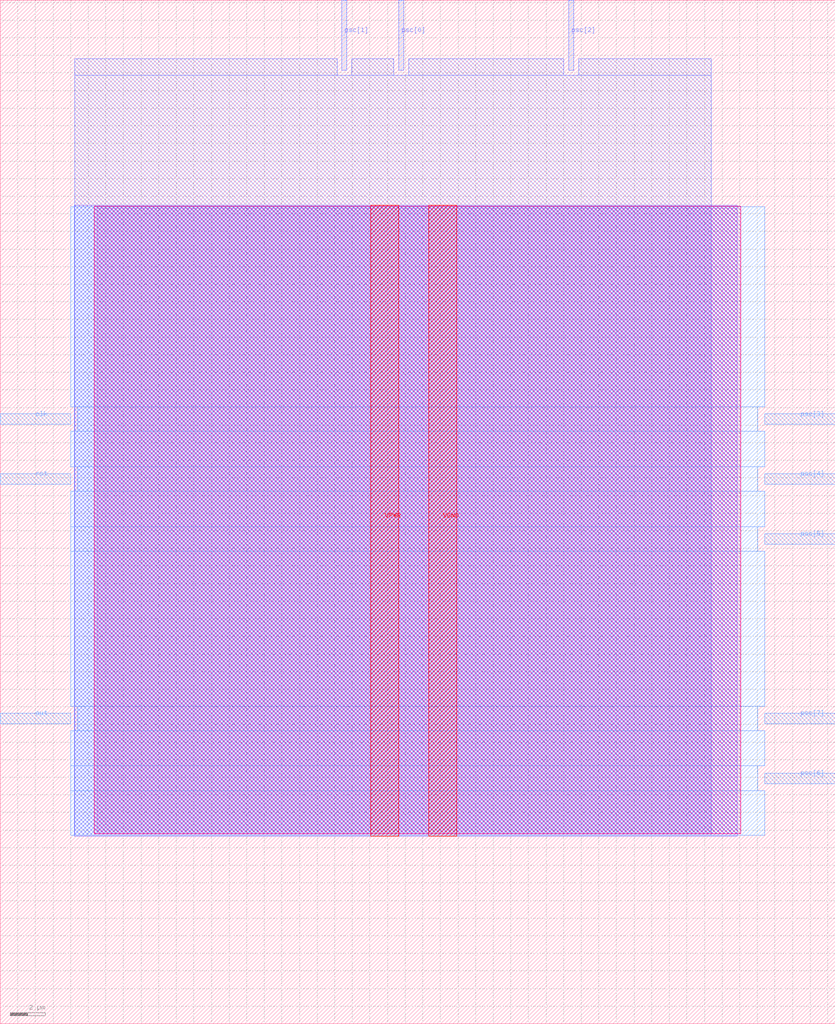
<source format=lef>
VERSION 5.7 ;
  NOWIREEXTENSIONATPIN ON ;
  DIVIDERCHAR "/" ;
  BUSBITCHARS "[]" ;
MACRO freq_psc
  CLASS BLOCK ;
  FOREIGN freq_psc ;
  ORIGIN 0.000 0.000 ;
  SIZE 47.425 BY 58.145 ;
  PIN VGND
    DIRECTION INOUT ;
    USE GROUND ;
    PORT
      LAYER met4 ;
        RECT 24.340 10.640 25.940 46.480 ;
    END
  END VGND
  PIN VPWR
    DIRECTION INOUT ;
    USE POWER ;
    PORT
      LAYER met4 ;
        RECT 21.040 10.640 22.640 46.480 ;
    END
  END VPWR
  PIN clk
    DIRECTION INPUT ;
    USE SIGNAL ;
    ANTENNAGATEAREA 0.852000 ;
    PORT
      LAYER met3 ;
        RECT 0.000 34.040 4.000 34.640 ;
    END
  END clk
  PIN out
    DIRECTION OUTPUT ;
    USE SIGNAL ;
    ANTENNADIFFAREA 0.445500 ;
    PORT
      LAYER met3 ;
        RECT 0.000 17.040 4.000 17.640 ;
    END
  END out
  PIN psc[0]
    DIRECTION INPUT ;
    USE SIGNAL ;
    ANTENNAGATEAREA 0.196500 ;
    PORT
      LAYER met2 ;
        RECT 22.630 54.145 22.910 58.145 ;
    END
  END psc[0]
  PIN psc[1]
    DIRECTION INPUT ;
    USE SIGNAL ;
    ANTENNAGATEAREA 0.196500 ;
    PORT
      LAYER met2 ;
        RECT 19.410 54.145 19.690 58.145 ;
    END
  END psc[1]
  PIN psc[2]
    DIRECTION INPUT ;
    USE SIGNAL ;
    ANTENNAGATEAREA 0.196500 ;
    PORT
      LAYER met2 ;
        RECT 32.290 54.145 32.570 58.145 ;
    END
  END psc[2]
  PIN psc[3]
    DIRECTION INPUT ;
    USE SIGNAL ;
    ANTENNAGATEAREA 0.196500 ;
    PORT
      LAYER met3 ;
        RECT 43.425 34.040 47.425 34.640 ;
    END
  END psc[3]
  PIN psc[4]
    DIRECTION INPUT ;
    USE SIGNAL ;
    ANTENNAGATEAREA 0.196500 ;
    PORT
      LAYER met3 ;
        RECT 43.425 30.640 47.425 31.240 ;
    END
  END psc[4]
  PIN psc[5]
    DIRECTION INPUT ;
    USE SIGNAL ;
    ANTENNAGATEAREA 0.196500 ;
    PORT
      LAYER met3 ;
        RECT 43.425 27.240 47.425 27.840 ;
    END
  END psc[5]
  PIN psc[6]
    DIRECTION INPUT ;
    USE SIGNAL ;
    ANTENNAGATEAREA 0.196500 ;
    PORT
      LAYER met3 ;
        RECT 43.425 13.640 47.425 14.240 ;
    END
  END psc[6]
  PIN psc[7]
    DIRECTION INPUT ;
    USE SIGNAL ;
    ANTENNAGATEAREA 0.196500 ;
    PORT
      LAYER met3 ;
        RECT 43.425 17.040 47.425 17.640 ;
    END
  END psc[7]
  PIN rst
    DIRECTION INPUT ;
    USE SIGNAL ;
    ANTENNAGATEAREA 0.126000 ;
    PORT
      LAYER met3 ;
        RECT 0.000 30.640 4.000 31.240 ;
    END
  END rst
  OBS
      LAYER nwell ;
        RECT 5.330 10.795 42.050 46.430 ;
      LAYER li1 ;
        RECT 5.520 10.795 41.860 46.325 ;
      LAYER met1 ;
        RECT 4.210 10.640 41.860 46.480 ;
      LAYER met2 ;
        RECT 4.230 53.865 19.130 54.810 ;
        RECT 19.970 53.865 22.350 54.810 ;
        RECT 23.190 53.865 32.010 54.810 ;
        RECT 32.850 53.865 40.390 54.810 ;
        RECT 4.230 10.695 40.390 53.865 ;
      LAYER met3 ;
        RECT 3.990 35.040 43.425 46.405 ;
        RECT 4.400 33.640 43.025 35.040 ;
        RECT 3.990 31.640 43.425 33.640 ;
        RECT 4.400 30.240 43.025 31.640 ;
        RECT 3.990 28.240 43.425 30.240 ;
        RECT 3.990 26.840 43.025 28.240 ;
        RECT 3.990 18.040 43.425 26.840 ;
        RECT 4.400 16.640 43.025 18.040 ;
        RECT 3.990 14.640 43.425 16.640 ;
        RECT 3.990 13.240 43.025 14.640 ;
        RECT 3.990 10.715 43.425 13.240 ;
  END
END freq_psc
END LIBRARY


</source>
